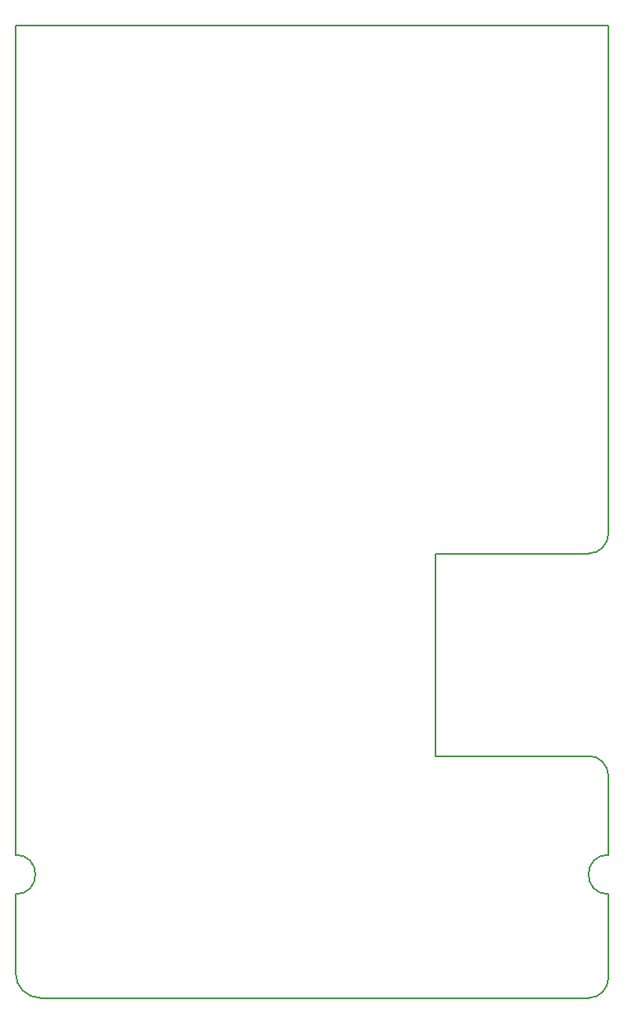
<source format=gbr>
G04 #@! TF.GenerationSoftware,KiCad,Pcbnew,(5.0.0)*
G04 #@! TF.CreationDate,2018-10-03T21:46:57-05:00*
G04 #@! TF.ProjectId,2018Training,32303138547261696E696E672E6B6963,rev?*
G04 #@! TF.SameCoordinates,Original*
G04 #@! TF.FileFunction,Profile,NP*
%FSLAX46Y46*%
G04 Gerber Fmt 4.6, Leading zero omitted, Abs format (unit mm)*
G04 Created by KiCad (PCBNEW (5.0.0)) date 10/03/18 21:46:57*
%MOMM*%
%LPD*%
G01*
G04 APERTURE LIST*
%ADD10C,0.150000*%
G04 APERTURE END LIST*
D10*
X182372000Y-117094000D02*
G75*
G02X184404000Y-119126000I0J-2032000D01*
G01*
X182372000Y-117094000D02*
X166624000Y-117094000D01*
X184404000Y-127254000D02*
X184404000Y-119126000D01*
X184404000Y-131318000D02*
G75*
G02X184404000Y-127254000I0J2032000D01*
G01*
X184404000Y-131318000D02*
X184404000Y-139954000D01*
X184404000Y-139954000D02*
G75*
G02X182372000Y-141986000I-2032000J0D01*
G01*
X125984000Y-141986000D02*
X182372000Y-141986000D01*
X125984000Y-141986000D02*
G75*
G02X123444000Y-139446000I0J2540000D01*
G01*
X123444000Y-131318000D02*
X123444000Y-139446000D01*
X123444000Y-127254000D02*
G75*
G02X123444000Y-131318000I0J-2032000D01*
G01*
X123444000Y-41910000D02*
X123444000Y-127254000D01*
X123444000Y-41910000D02*
X184404000Y-41910000D01*
X184404000Y-94234000D02*
X184404000Y-41910000D01*
X184404000Y-94234000D02*
G75*
G02X182372000Y-96266000I-2032000J0D01*
G01*
X166624000Y-96266000D02*
X182372000Y-96266000D01*
X166624000Y-117094000D02*
X166624000Y-96266000D01*
M02*

</source>
